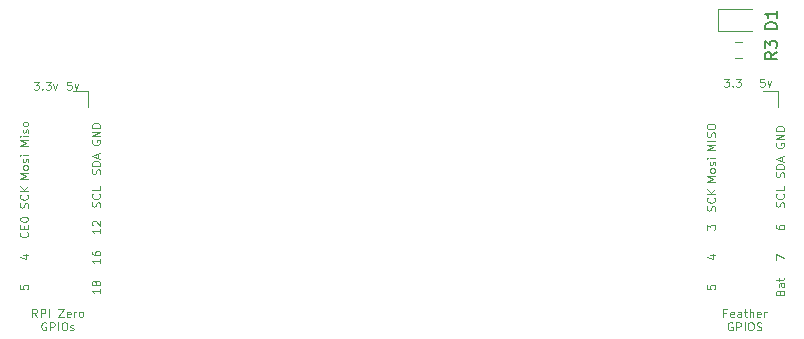
<source format=gto>
%TF.GenerationSoftware,KiCad,Pcbnew,(5.1.6)-1*%
%TF.CreationDate,2020-07-21T16:07:18+02:00*%
%TF.ProjectId,RPI_LORA,5250495f-4c4f-4524-912e-6b696361645f,rev?*%
%TF.SameCoordinates,Original*%
%TF.FileFunction,Legend,Top*%
%TF.FilePolarity,Positive*%
%FSLAX46Y46*%
G04 Gerber Fmt 4.6, Leading zero omitted, Abs format (unit mm)*
G04 Created by KiCad (PCBNEW (5.1.6)-1) date 2020-07-21 16:07:18*
%MOMM*%
%LPD*%
G01*
G04 APERTURE LIST*
%ADD10C,0.080000*%
%ADD11C,0.100000*%
%ADD12C,0.120000*%
%ADD13C,0.150000*%
G04 APERTURE END LIST*
D10*
X169447880Y-106758420D02*
X169214546Y-106758420D01*
X169214546Y-107125086D02*
X169214546Y-106425086D01*
X169547880Y-106425086D01*
X170081213Y-107091753D02*
X170014546Y-107125086D01*
X169881213Y-107125086D01*
X169814546Y-107091753D01*
X169781213Y-107025086D01*
X169781213Y-106758420D01*
X169814546Y-106691753D01*
X169881213Y-106658420D01*
X170014546Y-106658420D01*
X170081213Y-106691753D01*
X170114546Y-106758420D01*
X170114546Y-106825086D01*
X169781213Y-106891753D01*
X170714546Y-107125086D02*
X170714546Y-106758420D01*
X170681213Y-106691753D01*
X170614546Y-106658420D01*
X170481213Y-106658420D01*
X170414546Y-106691753D01*
X170714546Y-107091753D02*
X170647880Y-107125086D01*
X170481213Y-107125086D01*
X170414546Y-107091753D01*
X170381213Y-107025086D01*
X170381213Y-106958420D01*
X170414546Y-106891753D01*
X170481213Y-106858420D01*
X170647880Y-106858420D01*
X170714546Y-106825086D01*
X170947880Y-106658420D02*
X171214546Y-106658420D01*
X171047880Y-106425086D02*
X171047880Y-107025086D01*
X171081213Y-107091753D01*
X171147880Y-107125086D01*
X171214546Y-107125086D01*
X171447880Y-107125086D02*
X171447880Y-106425086D01*
X171747880Y-107125086D02*
X171747880Y-106758420D01*
X171714546Y-106691753D01*
X171647880Y-106658420D01*
X171547880Y-106658420D01*
X171481213Y-106691753D01*
X171447880Y-106725086D01*
X172347880Y-107091753D02*
X172281213Y-107125086D01*
X172147880Y-107125086D01*
X172081213Y-107091753D01*
X172047880Y-107025086D01*
X172047880Y-106758420D01*
X172081213Y-106691753D01*
X172147880Y-106658420D01*
X172281213Y-106658420D01*
X172347880Y-106691753D01*
X172381213Y-106758420D01*
X172381213Y-106825086D01*
X172047880Y-106891753D01*
X172681213Y-107125086D02*
X172681213Y-106658420D01*
X172681213Y-106791753D02*
X172714546Y-106725086D01*
X172747880Y-106691753D01*
X172814546Y-106658420D01*
X172881213Y-106658420D01*
X169964546Y-107588420D02*
X169897880Y-107555086D01*
X169797880Y-107555086D01*
X169697880Y-107588420D01*
X169631213Y-107655086D01*
X169597880Y-107721753D01*
X169564546Y-107855086D01*
X169564546Y-107955086D01*
X169597880Y-108088420D01*
X169631213Y-108155086D01*
X169697880Y-108221753D01*
X169797880Y-108255086D01*
X169864546Y-108255086D01*
X169964546Y-108221753D01*
X169997880Y-108188420D01*
X169997880Y-107955086D01*
X169864546Y-107955086D01*
X170297880Y-108255086D02*
X170297880Y-107555086D01*
X170564546Y-107555086D01*
X170631213Y-107588420D01*
X170664546Y-107621753D01*
X170697880Y-107688420D01*
X170697880Y-107788420D01*
X170664546Y-107855086D01*
X170631213Y-107888420D01*
X170564546Y-107921753D01*
X170297880Y-107921753D01*
X170997880Y-108255086D02*
X170997880Y-107555086D01*
X171464546Y-107555086D02*
X171597880Y-107555086D01*
X171664546Y-107588420D01*
X171731213Y-107655086D01*
X171764546Y-107788420D01*
X171764546Y-108021753D01*
X171731213Y-108155086D01*
X171664546Y-108221753D01*
X171597880Y-108255086D01*
X171464546Y-108255086D01*
X171397880Y-108221753D01*
X171331213Y-108155086D01*
X171297880Y-108021753D01*
X171297880Y-107788420D01*
X171331213Y-107655086D01*
X171397880Y-107588420D01*
X171464546Y-107555086D01*
X172031213Y-108221753D02*
X172131213Y-108255086D01*
X172297880Y-108255086D01*
X172364546Y-108221753D01*
X172397880Y-108188420D01*
X172431213Y-108121753D01*
X172431213Y-108055086D01*
X172397880Y-107988420D01*
X172364546Y-107955086D01*
X172297880Y-107921753D01*
X172164546Y-107888420D01*
X172097880Y-107855086D01*
X172064546Y-107821753D01*
X172031213Y-107755086D01*
X172031213Y-107688420D01*
X172064546Y-107621753D01*
X172097880Y-107588420D01*
X172164546Y-107555086D01*
X172331213Y-107555086D01*
X172431213Y-107588420D01*
X111098546Y-107125086D02*
X110865213Y-106791753D01*
X110698546Y-107125086D02*
X110698546Y-106425086D01*
X110965213Y-106425086D01*
X111031880Y-106458420D01*
X111065213Y-106491753D01*
X111098546Y-106558420D01*
X111098546Y-106658420D01*
X111065213Y-106725086D01*
X111031880Y-106758420D01*
X110965213Y-106791753D01*
X110698546Y-106791753D01*
X111398546Y-107125086D02*
X111398546Y-106425086D01*
X111665213Y-106425086D01*
X111731880Y-106458420D01*
X111765213Y-106491753D01*
X111798546Y-106558420D01*
X111798546Y-106658420D01*
X111765213Y-106725086D01*
X111731880Y-106758420D01*
X111665213Y-106791753D01*
X111398546Y-106791753D01*
X112098546Y-107125086D02*
X112098546Y-106425086D01*
X112898546Y-106425086D02*
X113365213Y-106425086D01*
X112898546Y-107125086D01*
X113365213Y-107125086D01*
X113898546Y-107091753D02*
X113831880Y-107125086D01*
X113698546Y-107125086D01*
X113631880Y-107091753D01*
X113598546Y-107025086D01*
X113598546Y-106758420D01*
X113631880Y-106691753D01*
X113698546Y-106658420D01*
X113831880Y-106658420D01*
X113898546Y-106691753D01*
X113931880Y-106758420D01*
X113931880Y-106825086D01*
X113598546Y-106891753D01*
X114231880Y-107125086D02*
X114231880Y-106658420D01*
X114231880Y-106791753D02*
X114265213Y-106725086D01*
X114298546Y-106691753D01*
X114365213Y-106658420D01*
X114431880Y-106658420D01*
X114765213Y-107125086D02*
X114698546Y-107091753D01*
X114665213Y-107058420D01*
X114631880Y-106991753D01*
X114631880Y-106791753D01*
X114665213Y-106725086D01*
X114698546Y-106691753D01*
X114765213Y-106658420D01*
X114865213Y-106658420D01*
X114931880Y-106691753D01*
X114965213Y-106725086D01*
X114998546Y-106791753D01*
X114998546Y-106991753D01*
X114965213Y-107058420D01*
X114931880Y-107091753D01*
X114865213Y-107125086D01*
X114765213Y-107125086D01*
X111848546Y-107588420D02*
X111781880Y-107555086D01*
X111681880Y-107555086D01*
X111581880Y-107588420D01*
X111515213Y-107655086D01*
X111481880Y-107721753D01*
X111448546Y-107855086D01*
X111448546Y-107955086D01*
X111481880Y-108088420D01*
X111515213Y-108155086D01*
X111581880Y-108221753D01*
X111681880Y-108255086D01*
X111748546Y-108255086D01*
X111848546Y-108221753D01*
X111881880Y-108188420D01*
X111881880Y-107955086D01*
X111748546Y-107955086D01*
X112181880Y-108255086D02*
X112181880Y-107555086D01*
X112448546Y-107555086D01*
X112515213Y-107588420D01*
X112548546Y-107621753D01*
X112581880Y-107688420D01*
X112581880Y-107788420D01*
X112548546Y-107855086D01*
X112515213Y-107888420D01*
X112448546Y-107921753D01*
X112181880Y-107921753D01*
X112881880Y-108255086D02*
X112881880Y-107555086D01*
X113348546Y-107555086D02*
X113481880Y-107555086D01*
X113548546Y-107588420D01*
X113615213Y-107655086D01*
X113648546Y-107788420D01*
X113648546Y-108021753D01*
X113615213Y-108155086D01*
X113548546Y-108221753D01*
X113481880Y-108255086D01*
X113348546Y-108255086D01*
X113281880Y-108221753D01*
X113215213Y-108155086D01*
X113181880Y-108021753D01*
X113181880Y-107788420D01*
X113215213Y-107655086D01*
X113281880Y-107588420D01*
X113348546Y-107555086D01*
X113915213Y-108221753D02*
X113981880Y-108255086D01*
X114115213Y-108255086D01*
X114181880Y-108221753D01*
X114215213Y-108155086D01*
X114215213Y-108121753D01*
X114181880Y-108055086D01*
X114115213Y-108021753D01*
X114015213Y-108021753D01*
X113948546Y-107988420D01*
X113915213Y-107921753D01*
X113915213Y-107888420D01*
X113948546Y-107821753D01*
X114015213Y-107788420D01*
X114115213Y-107788420D01*
X114181880Y-107821753D01*
X110354546Y-92625420D02*
X109654546Y-92625420D01*
X110154546Y-92392086D01*
X109654546Y-92158753D01*
X110354546Y-92158753D01*
X110354546Y-91825420D02*
X109887880Y-91825420D01*
X109654546Y-91825420D02*
X109687880Y-91858753D01*
X109721213Y-91825420D01*
X109687880Y-91792086D01*
X109654546Y-91825420D01*
X109721213Y-91825420D01*
X110321213Y-91525420D02*
X110354546Y-91458753D01*
X110354546Y-91325420D01*
X110321213Y-91258753D01*
X110254546Y-91225420D01*
X110221213Y-91225420D01*
X110154546Y-91258753D01*
X110121213Y-91325420D01*
X110121213Y-91425420D01*
X110087880Y-91492086D01*
X110021213Y-91525420D01*
X109987880Y-91525420D01*
X109921213Y-91492086D01*
X109887880Y-91425420D01*
X109887880Y-91325420D01*
X109921213Y-91258753D01*
X110354546Y-90825420D02*
X110321213Y-90892086D01*
X110287880Y-90925420D01*
X110221213Y-90958753D01*
X110021213Y-90958753D01*
X109954546Y-90925420D01*
X109921213Y-90892086D01*
X109887880Y-90825420D01*
X109887880Y-90725420D01*
X109921213Y-90658753D01*
X109954546Y-90625420D01*
X110021213Y-90592086D01*
X110221213Y-90592086D01*
X110287880Y-90625420D01*
X110321213Y-90658753D01*
X110354546Y-90725420D01*
X110354546Y-90825420D01*
X110354546Y-95419420D02*
X109654546Y-95419420D01*
X110154546Y-95186086D01*
X109654546Y-94952753D01*
X110354546Y-94952753D01*
X110354546Y-94519420D02*
X110321213Y-94586086D01*
X110287880Y-94619420D01*
X110221213Y-94652753D01*
X110021213Y-94652753D01*
X109954546Y-94619420D01*
X109921213Y-94586086D01*
X109887880Y-94519420D01*
X109887880Y-94419420D01*
X109921213Y-94352753D01*
X109954546Y-94319420D01*
X110021213Y-94286086D01*
X110221213Y-94286086D01*
X110287880Y-94319420D01*
X110321213Y-94352753D01*
X110354546Y-94419420D01*
X110354546Y-94519420D01*
X110321213Y-94019420D02*
X110354546Y-93952753D01*
X110354546Y-93819420D01*
X110321213Y-93752753D01*
X110254546Y-93719420D01*
X110221213Y-93719420D01*
X110154546Y-93752753D01*
X110121213Y-93819420D01*
X110121213Y-93919420D01*
X110087880Y-93986086D01*
X110021213Y-94019420D01*
X109987880Y-94019420D01*
X109921213Y-93986086D01*
X109887880Y-93919420D01*
X109887880Y-93819420D01*
X109921213Y-93752753D01*
X110354546Y-93419420D02*
X109887880Y-93419420D01*
X109654546Y-93419420D02*
X109687880Y-93452753D01*
X109721213Y-93419420D01*
X109687880Y-93386086D01*
X109654546Y-93419420D01*
X109721213Y-93419420D01*
X110321213Y-97859420D02*
X110354546Y-97759420D01*
X110354546Y-97592753D01*
X110321213Y-97526086D01*
X110287880Y-97492753D01*
X110221213Y-97459420D01*
X110154546Y-97459420D01*
X110087880Y-97492753D01*
X110054546Y-97526086D01*
X110021213Y-97592753D01*
X109987880Y-97726086D01*
X109954546Y-97792753D01*
X109921213Y-97826086D01*
X109854546Y-97859420D01*
X109787880Y-97859420D01*
X109721213Y-97826086D01*
X109687880Y-97792753D01*
X109654546Y-97726086D01*
X109654546Y-97559420D01*
X109687880Y-97459420D01*
X110287880Y-96759420D02*
X110321213Y-96792753D01*
X110354546Y-96892753D01*
X110354546Y-96959420D01*
X110321213Y-97059420D01*
X110254546Y-97126086D01*
X110187880Y-97159420D01*
X110054546Y-97192753D01*
X109954546Y-97192753D01*
X109821213Y-97159420D01*
X109754546Y-97126086D01*
X109687880Y-97059420D01*
X109654546Y-96959420D01*
X109654546Y-96892753D01*
X109687880Y-96792753D01*
X109721213Y-96759420D01*
X110354546Y-96459420D02*
X109654546Y-96459420D01*
X110354546Y-96059420D02*
X109954546Y-96359420D01*
X109654546Y-96059420D02*
X110054546Y-96459420D01*
X110287880Y-99932753D02*
X110321213Y-99966086D01*
X110354546Y-100066086D01*
X110354546Y-100132753D01*
X110321213Y-100232753D01*
X110254546Y-100299420D01*
X110187880Y-100332753D01*
X110054546Y-100366086D01*
X109954546Y-100366086D01*
X109821213Y-100332753D01*
X109754546Y-100299420D01*
X109687880Y-100232753D01*
X109654546Y-100132753D01*
X109654546Y-100066086D01*
X109687880Y-99966086D01*
X109721213Y-99932753D01*
X109987880Y-99632753D02*
X109987880Y-99399420D01*
X110354546Y-99299420D02*
X110354546Y-99632753D01*
X109654546Y-99632753D01*
X109654546Y-99299420D01*
X109654546Y-98866086D02*
X109654546Y-98799420D01*
X109687880Y-98732753D01*
X109721213Y-98699420D01*
X109787880Y-98666086D01*
X109921213Y-98632753D01*
X110087880Y-98632753D01*
X110221213Y-98666086D01*
X110287880Y-98699420D01*
X110321213Y-98732753D01*
X110354546Y-98799420D01*
X110354546Y-98866086D01*
X110321213Y-98932753D01*
X110287880Y-98966086D01*
X110221213Y-98999420D01*
X110087880Y-99032753D01*
X109921213Y-99032753D01*
X109787880Y-98999420D01*
X109721213Y-98966086D01*
X109687880Y-98932753D01*
X109654546Y-98866086D01*
X109887880Y-101906086D02*
X110354546Y-101906086D01*
X109621213Y-102072753D02*
X110121213Y-102239420D01*
X110121213Y-101806086D01*
X109654546Y-104412753D02*
X109654546Y-104746086D01*
X109987880Y-104779420D01*
X109954546Y-104746086D01*
X109921213Y-104679420D01*
X109921213Y-104512753D01*
X109954546Y-104446086D01*
X109987880Y-104412753D01*
X110054546Y-104379420D01*
X110221213Y-104379420D01*
X110287880Y-104412753D01*
X110321213Y-104446086D01*
X110354546Y-104512753D01*
X110354546Y-104679420D01*
X110321213Y-104746086D01*
X110287880Y-104779420D01*
X116450546Y-104712753D02*
X116450546Y-105112753D01*
X116450546Y-104912753D02*
X115750546Y-104912753D01*
X115850546Y-104979420D01*
X115917213Y-105046086D01*
X115950546Y-105112753D01*
X116050546Y-104312753D02*
X116017213Y-104379420D01*
X115983880Y-104412753D01*
X115917213Y-104446086D01*
X115883880Y-104446086D01*
X115817213Y-104412753D01*
X115783880Y-104379420D01*
X115750546Y-104312753D01*
X115750546Y-104179420D01*
X115783880Y-104112753D01*
X115817213Y-104079420D01*
X115883880Y-104046086D01*
X115917213Y-104046086D01*
X115983880Y-104079420D01*
X116017213Y-104112753D01*
X116050546Y-104179420D01*
X116050546Y-104312753D01*
X116083880Y-104379420D01*
X116117213Y-104412753D01*
X116183880Y-104446086D01*
X116317213Y-104446086D01*
X116383880Y-104412753D01*
X116417213Y-104379420D01*
X116450546Y-104312753D01*
X116450546Y-104179420D01*
X116417213Y-104112753D01*
X116383880Y-104079420D01*
X116317213Y-104046086D01*
X116183880Y-104046086D01*
X116117213Y-104079420D01*
X116083880Y-104112753D01*
X116050546Y-104179420D01*
X116450546Y-102172753D02*
X116450546Y-102572753D01*
X116450546Y-102372753D02*
X115750546Y-102372753D01*
X115850546Y-102439420D01*
X115917213Y-102506086D01*
X115950546Y-102572753D01*
X115750546Y-101572753D02*
X115750546Y-101706086D01*
X115783880Y-101772753D01*
X115817213Y-101806086D01*
X115917213Y-101872753D01*
X116050546Y-101906086D01*
X116317213Y-101906086D01*
X116383880Y-101872753D01*
X116417213Y-101839420D01*
X116450546Y-101772753D01*
X116450546Y-101639420D01*
X116417213Y-101572753D01*
X116383880Y-101539420D01*
X116317213Y-101506086D01*
X116150546Y-101506086D01*
X116083880Y-101539420D01*
X116050546Y-101572753D01*
X116017213Y-101639420D01*
X116017213Y-101772753D01*
X116050546Y-101839420D01*
X116083880Y-101872753D01*
X116150546Y-101906086D01*
X116450546Y-99632753D02*
X116450546Y-100032753D01*
X116450546Y-99832753D02*
X115750546Y-99832753D01*
X115850546Y-99899420D01*
X115917213Y-99966086D01*
X115950546Y-100032753D01*
X115817213Y-99366086D02*
X115783880Y-99332753D01*
X115750546Y-99266086D01*
X115750546Y-99099420D01*
X115783880Y-99032753D01*
X115817213Y-98999420D01*
X115883880Y-98966086D01*
X115950546Y-98966086D01*
X116050546Y-98999420D01*
X116450546Y-99399420D01*
X116450546Y-98966086D01*
X116417213Y-97792753D02*
X116450546Y-97692753D01*
X116450546Y-97526086D01*
X116417213Y-97459420D01*
X116383880Y-97426086D01*
X116317213Y-97392753D01*
X116250546Y-97392753D01*
X116183880Y-97426086D01*
X116150546Y-97459420D01*
X116117213Y-97526086D01*
X116083880Y-97659420D01*
X116050546Y-97726086D01*
X116017213Y-97759420D01*
X115950546Y-97792753D01*
X115883880Y-97792753D01*
X115817213Y-97759420D01*
X115783880Y-97726086D01*
X115750546Y-97659420D01*
X115750546Y-97492753D01*
X115783880Y-97392753D01*
X116383880Y-96692753D02*
X116417213Y-96726086D01*
X116450546Y-96826086D01*
X116450546Y-96892753D01*
X116417213Y-96992753D01*
X116350546Y-97059420D01*
X116283880Y-97092753D01*
X116150546Y-97126086D01*
X116050546Y-97126086D01*
X115917213Y-97092753D01*
X115850546Y-97059420D01*
X115783880Y-96992753D01*
X115750546Y-96892753D01*
X115750546Y-96826086D01*
X115783880Y-96726086D01*
X115817213Y-96692753D01*
X116450546Y-96059420D02*
X116450546Y-96392753D01*
X115750546Y-96392753D01*
X116417213Y-95015420D02*
X116450546Y-94915420D01*
X116450546Y-94748753D01*
X116417213Y-94682086D01*
X116383880Y-94648753D01*
X116317213Y-94615420D01*
X116250546Y-94615420D01*
X116183880Y-94648753D01*
X116150546Y-94682086D01*
X116117213Y-94748753D01*
X116083880Y-94882086D01*
X116050546Y-94948753D01*
X116017213Y-94982086D01*
X115950546Y-95015420D01*
X115883880Y-95015420D01*
X115817213Y-94982086D01*
X115783880Y-94948753D01*
X115750546Y-94882086D01*
X115750546Y-94715420D01*
X115783880Y-94615420D01*
X116450546Y-94315420D02*
X115750546Y-94315420D01*
X115750546Y-94148753D01*
X115783880Y-94048753D01*
X115850546Y-93982086D01*
X115917213Y-93948753D01*
X116050546Y-93915420D01*
X116150546Y-93915420D01*
X116283880Y-93948753D01*
X116350546Y-93982086D01*
X116417213Y-94048753D01*
X116450546Y-94148753D01*
X116450546Y-94315420D01*
X116250546Y-93648753D02*
X116250546Y-93315420D01*
X116450546Y-93715420D02*
X115750546Y-93482086D01*
X116450546Y-93248753D01*
X115783880Y-92158753D02*
X115750546Y-92225420D01*
X115750546Y-92325420D01*
X115783880Y-92425420D01*
X115850546Y-92492086D01*
X115917213Y-92525420D01*
X116050546Y-92558753D01*
X116150546Y-92558753D01*
X116283880Y-92525420D01*
X116350546Y-92492086D01*
X116417213Y-92425420D01*
X116450546Y-92325420D01*
X116450546Y-92258753D01*
X116417213Y-92158753D01*
X116383880Y-92125420D01*
X116150546Y-92125420D01*
X116150546Y-92258753D01*
X116450546Y-91825420D02*
X115750546Y-91825420D01*
X116450546Y-91425420D01*
X115750546Y-91425420D01*
X116450546Y-91092086D02*
X115750546Y-91092086D01*
X115750546Y-90925420D01*
X115783880Y-90825420D01*
X115850546Y-90758753D01*
X115917213Y-90725420D01*
X116050546Y-90692086D01*
X116150546Y-90692086D01*
X116283880Y-90725420D01*
X116350546Y-90758753D01*
X116417213Y-90825420D01*
X116450546Y-90925420D01*
X116450546Y-91092086D01*
X110815880Y-87178086D02*
X111249213Y-87178086D01*
X111015880Y-87444753D01*
X111115880Y-87444753D01*
X111182546Y-87478086D01*
X111215880Y-87511420D01*
X111249213Y-87578086D01*
X111249213Y-87744753D01*
X111215880Y-87811420D01*
X111182546Y-87844753D01*
X111115880Y-87878086D01*
X110915880Y-87878086D01*
X110849213Y-87844753D01*
X110815880Y-87811420D01*
X111549213Y-87811420D02*
X111582546Y-87844753D01*
X111549213Y-87878086D01*
X111515880Y-87844753D01*
X111549213Y-87811420D01*
X111549213Y-87878086D01*
X111815880Y-87178086D02*
X112249213Y-87178086D01*
X112015880Y-87444753D01*
X112115880Y-87444753D01*
X112182546Y-87478086D01*
X112215880Y-87511420D01*
X112249213Y-87578086D01*
X112249213Y-87744753D01*
X112215880Y-87811420D01*
X112182546Y-87844753D01*
X112115880Y-87878086D01*
X111915880Y-87878086D01*
X111849213Y-87844753D01*
X111815880Y-87811420D01*
X112482546Y-87411420D02*
X112649213Y-87878086D01*
X112815880Y-87411420D01*
X114001880Y-87178086D02*
X113668546Y-87178086D01*
X113635213Y-87511420D01*
X113668546Y-87478086D01*
X113735213Y-87444753D01*
X113901880Y-87444753D01*
X113968546Y-87478086D01*
X114001880Y-87511420D01*
X114035213Y-87578086D01*
X114035213Y-87744753D01*
X114001880Y-87811420D01*
X113968546Y-87844753D01*
X113901880Y-87878086D01*
X113735213Y-87878086D01*
X113668546Y-87844753D01*
X113635213Y-87811420D01*
X114268546Y-87411420D02*
X114435213Y-87878086D01*
X114601880Y-87411420D01*
D11*
X173662546Y-99366086D02*
X173662546Y-99499420D01*
X173695880Y-99566086D01*
X173729213Y-99599420D01*
X173829213Y-99666086D01*
X173962546Y-99699420D01*
X174229213Y-99699420D01*
X174295880Y-99666086D01*
X174329213Y-99632753D01*
X174362546Y-99566086D01*
X174362546Y-99432753D01*
X174329213Y-99366086D01*
X174295880Y-99332753D01*
X174229213Y-99299420D01*
X174062546Y-99299420D01*
X173995880Y-99332753D01*
X173962546Y-99366086D01*
X173929213Y-99432753D01*
X173929213Y-99566086D01*
X173962546Y-99632753D01*
X173995880Y-99666086D01*
X174062546Y-99699420D01*
X173662546Y-102272753D02*
X173662546Y-101806086D01*
X174362546Y-102106086D01*
X173995880Y-105046086D02*
X174029213Y-104946086D01*
X174062546Y-104912753D01*
X174129213Y-104879420D01*
X174229213Y-104879420D01*
X174295880Y-104912753D01*
X174329213Y-104946086D01*
X174362546Y-105012753D01*
X174362546Y-105279420D01*
X173662546Y-105279420D01*
X173662546Y-105046086D01*
X173695880Y-104979420D01*
X173729213Y-104946086D01*
X173795880Y-104912753D01*
X173862546Y-104912753D01*
X173929213Y-104946086D01*
X173962546Y-104979420D01*
X173995880Y-105046086D01*
X173995880Y-105279420D01*
X174362546Y-104279420D02*
X173995880Y-104279420D01*
X173929213Y-104312753D01*
X173895880Y-104379420D01*
X173895880Y-104512753D01*
X173929213Y-104579420D01*
X174329213Y-104279420D02*
X174362546Y-104346086D01*
X174362546Y-104512753D01*
X174329213Y-104579420D01*
X174262546Y-104612753D01*
X174195880Y-104612753D01*
X174129213Y-104579420D01*
X174095880Y-104512753D01*
X174095880Y-104346086D01*
X174062546Y-104279420D01*
X173895880Y-104046086D02*
X173895880Y-103779420D01*
X173662546Y-103946086D02*
X174262546Y-103946086D01*
X174329213Y-103912753D01*
X174362546Y-103846086D01*
X174362546Y-103779420D01*
X167820546Y-104412753D02*
X167820546Y-104746086D01*
X168153880Y-104779420D01*
X168120546Y-104746086D01*
X168087213Y-104679420D01*
X168087213Y-104512753D01*
X168120546Y-104446086D01*
X168153880Y-104412753D01*
X168220546Y-104379420D01*
X168387213Y-104379420D01*
X168453880Y-104412753D01*
X168487213Y-104446086D01*
X168520546Y-104512753D01*
X168520546Y-104679420D01*
X168487213Y-104746086D01*
X168453880Y-104779420D01*
X168053880Y-101906086D02*
X168520546Y-101906086D01*
X167787213Y-102072753D02*
X168287213Y-102239420D01*
X168287213Y-101806086D01*
X167820546Y-99732753D02*
X167820546Y-99299420D01*
X168087213Y-99532753D01*
X168087213Y-99432753D01*
X168120546Y-99366086D01*
X168153880Y-99332753D01*
X168220546Y-99299420D01*
X168387213Y-99299420D01*
X168453880Y-99332753D01*
X168487213Y-99366086D01*
X168520546Y-99432753D01*
X168520546Y-99632753D01*
X168487213Y-99699420D01*
X168453880Y-99732753D01*
X174329213Y-97792753D02*
X174362546Y-97692753D01*
X174362546Y-97526086D01*
X174329213Y-97459420D01*
X174295880Y-97426086D01*
X174229213Y-97392753D01*
X174162546Y-97392753D01*
X174095880Y-97426086D01*
X174062546Y-97459420D01*
X174029213Y-97526086D01*
X173995880Y-97659420D01*
X173962546Y-97726086D01*
X173929213Y-97759420D01*
X173862546Y-97792753D01*
X173795880Y-97792753D01*
X173729213Y-97759420D01*
X173695880Y-97726086D01*
X173662546Y-97659420D01*
X173662546Y-97492753D01*
X173695880Y-97392753D01*
X174295880Y-96692753D02*
X174329213Y-96726086D01*
X174362546Y-96826086D01*
X174362546Y-96892753D01*
X174329213Y-96992753D01*
X174262546Y-97059420D01*
X174195880Y-97092753D01*
X174062546Y-97126086D01*
X173962546Y-97126086D01*
X173829213Y-97092753D01*
X173762546Y-97059420D01*
X173695880Y-96992753D01*
X173662546Y-96892753D01*
X173662546Y-96826086D01*
X173695880Y-96726086D01*
X173729213Y-96692753D01*
X174362546Y-96059420D02*
X174362546Y-96392753D01*
X173662546Y-96392753D01*
X168487213Y-98113420D02*
X168520546Y-98013420D01*
X168520546Y-97846753D01*
X168487213Y-97780086D01*
X168453880Y-97746753D01*
X168387213Y-97713420D01*
X168320546Y-97713420D01*
X168253880Y-97746753D01*
X168220546Y-97780086D01*
X168187213Y-97846753D01*
X168153880Y-97980086D01*
X168120546Y-98046753D01*
X168087213Y-98080086D01*
X168020546Y-98113420D01*
X167953880Y-98113420D01*
X167887213Y-98080086D01*
X167853880Y-98046753D01*
X167820546Y-97980086D01*
X167820546Y-97813420D01*
X167853880Y-97713420D01*
X168453880Y-97013420D02*
X168487213Y-97046753D01*
X168520546Y-97146753D01*
X168520546Y-97213420D01*
X168487213Y-97313420D01*
X168420546Y-97380086D01*
X168353880Y-97413420D01*
X168220546Y-97446753D01*
X168120546Y-97446753D01*
X167987213Y-97413420D01*
X167920546Y-97380086D01*
X167853880Y-97313420D01*
X167820546Y-97213420D01*
X167820546Y-97146753D01*
X167853880Y-97046753D01*
X167887213Y-97013420D01*
X168520546Y-96713420D02*
X167820546Y-96713420D01*
X168520546Y-96313420D02*
X168120546Y-96613420D01*
X167820546Y-96313420D02*
X168220546Y-96713420D01*
X174329213Y-95269420D02*
X174362546Y-95169420D01*
X174362546Y-95002753D01*
X174329213Y-94936086D01*
X174295880Y-94902753D01*
X174229213Y-94869420D01*
X174162546Y-94869420D01*
X174095880Y-94902753D01*
X174062546Y-94936086D01*
X174029213Y-95002753D01*
X173995880Y-95136086D01*
X173962546Y-95202753D01*
X173929213Y-95236086D01*
X173862546Y-95269420D01*
X173795880Y-95269420D01*
X173729213Y-95236086D01*
X173695880Y-95202753D01*
X173662546Y-95136086D01*
X173662546Y-94969420D01*
X173695880Y-94869420D01*
X174362546Y-94569420D02*
X173662546Y-94569420D01*
X173662546Y-94402753D01*
X173695880Y-94302753D01*
X173762546Y-94236086D01*
X173829213Y-94202753D01*
X173962546Y-94169420D01*
X174062546Y-94169420D01*
X174195880Y-94202753D01*
X174262546Y-94236086D01*
X174329213Y-94302753D01*
X174362546Y-94402753D01*
X174362546Y-94569420D01*
X174162546Y-93902753D02*
X174162546Y-93569420D01*
X174362546Y-93969420D02*
X173662546Y-93736086D01*
X174362546Y-93502753D01*
X168520546Y-95673420D02*
X167820546Y-95673420D01*
X168320546Y-95440086D01*
X167820546Y-95206753D01*
X168520546Y-95206753D01*
X168520546Y-94773420D02*
X168487213Y-94840086D01*
X168453880Y-94873420D01*
X168387213Y-94906753D01*
X168187213Y-94906753D01*
X168120546Y-94873420D01*
X168087213Y-94840086D01*
X168053880Y-94773420D01*
X168053880Y-94673420D01*
X168087213Y-94606753D01*
X168120546Y-94573420D01*
X168187213Y-94540086D01*
X168387213Y-94540086D01*
X168453880Y-94573420D01*
X168487213Y-94606753D01*
X168520546Y-94673420D01*
X168520546Y-94773420D01*
X168487213Y-94273420D02*
X168520546Y-94206753D01*
X168520546Y-94073420D01*
X168487213Y-94006753D01*
X168420546Y-93973420D01*
X168387213Y-93973420D01*
X168320546Y-94006753D01*
X168287213Y-94073420D01*
X168287213Y-94173420D01*
X168253880Y-94240086D01*
X168187213Y-94273420D01*
X168153880Y-94273420D01*
X168087213Y-94240086D01*
X168053880Y-94173420D01*
X168053880Y-94073420D01*
X168087213Y-94006753D01*
X168520546Y-93673420D02*
X168053880Y-93673420D01*
X167820546Y-93673420D02*
X167853880Y-93706753D01*
X167887213Y-93673420D01*
X167853880Y-93640086D01*
X167820546Y-93673420D01*
X167887213Y-93673420D01*
X173695880Y-92412753D02*
X173662546Y-92479420D01*
X173662546Y-92579420D01*
X173695880Y-92679420D01*
X173762546Y-92746086D01*
X173829213Y-92779420D01*
X173962546Y-92812753D01*
X174062546Y-92812753D01*
X174195880Y-92779420D01*
X174262546Y-92746086D01*
X174329213Y-92679420D01*
X174362546Y-92579420D01*
X174362546Y-92512753D01*
X174329213Y-92412753D01*
X174295880Y-92379420D01*
X174062546Y-92379420D01*
X174062546Y-92512753D01*
X174362546Y-92079420D02*
X173662546Y-92079420D01*
X174362546Y-91679420D01*
X173662546Y-91679420D01*
X174362546Y-91346086D02*
X173662546Y-91346086D01*
X173662546Y-91179420D01*
X173695880Y-91079420D01*
X173762546Y-91012753D01*
X173829213Y-90979420D01*
X173962546Y-90946086D01*
X174062546Y-90946086D01*
X174195880Y-90979420D01*
X174262546Y-91012753D01*
X174329213Y-91079420D01*
X174362546Y-91179420D01*
X174362546Y-91346086D01*
X168520546Y-92979420D02*
X167820546Y-92979420D01*
X168320546Y-92746086D01*
X167820546Y-92512753D01*
X168520546Y-92512753D01*
X168520546Y-92179420D02*
X167820546Y-92179420D01*
X168487213Y-91879420D02*
X168520546Y-91779420D01*
X168520546Y-91612753D01*
X168487213Y-91546086D01*
X168453880Y-91512753D01*
X168387213Y-91479420D01*
X168320546Y-91479420D01*
X168253880Y-91512753D01*
X168220546Y-91546086D01*
X168187213Y-91612753D01*
X168153880Y-91746086D01*
X168120546Y-91812753D01*
X168087213Y-91846086D01*
X168020546Y-91879420D01*
X167953880Y-91879420D01*
X167887213Y-91846086D01*
X167853880Y-91812753D01*
X167820546Y-91746086D01*
X167820546Y-91579420D01*
X167853880Y-91479420D01*
X167820546Y-91046086D02*
X167820546Y-90912753D01*
X167853880Y-90846086D01*
X167920546Y-90779420D01*
X168053880Y-90746086D01*
X168287213Y-90746086D01*
X168420546Y-90779420D01*
X168487213Y-90846086D01*
X168520546Y-90912753D01*
X168520546Y-91046086D01*
X168487213Y-91112753D01*
X168420546Y-91179420D01*
X168287213Y-91212753D01*
X168053880Y-91212753D01*
X167920546Y-91179420D01*
X167853880Y-91112753D01*
X167820546Y-91046086D01*
X172675880Y-86924086D02*
X172342546Y-86924086D01*
X172309213Y-87257420D01*
X172342546Y-87224086D01*
X172409213Y-87190753D01*
X172575880Y-87190753D01*
X172642546Y-87224086D01*
X172675880Y-87257420D01*
X172709213Y-87324086D01*
X172709213Y-87490753D01*
X172675880Y-87557420D01*
X172642546Y-87590753D01*
X172575880Y-87624086D01*
X172409213Y-87624086D01*
X172342546Y-87590753D01*
X172309213Y-87557420D01*
X172942546Y-87157420D02*
X173109213Y-87624086D01*
X173275880Y-87157420D01*
X169248546Y-86924086D02*
X169681880Y-86924086D01*
X169448546Y-87190753D01*
X169548546Y-87190753D01*
X169615213Y-87224086D01*
X169648546Y-87257420D01*
X169681880Y-87324086D01*
X169681880Y-87490753D01*
X169648546Y-87557420D01*
X169615213Y-87590753D01*
X169548546Y-87624086D01*
X169348546Y-87624086D01*
X169281880Y-87590753D01*
X169248546Y-87557420D01*
X169981880Y-87557420D02*
X170015213Y-87590753D01*
X169981880Y-87624086D01*
X169948546Y-87590753D01*
X169981880Y-87557420D01*
X169981880Y-87624086D01*
X170248546Y-86924086D02*
X170681880Y-86924086D01*
X170448546Y-87190753D01*
X170548546Y-87190753D01*
X170615213Y-87224086D01*
X170648546Y-87257420D01*
X170681880Y-87324086D01*
X170681880Y-87490753D01*
X170648546Y-87557420D01*
X170615213Y-87590753D01*
X170548546Y-87624086D01*
X170348546Y-87624086D01*
X170281880Y-87590753D01*
X170248546Y-87557420D01*
D12*
%TO.C,J2*%
X114102000Y-88009400D02*
X115432000Y-88009400D01*
X115432000Y-88009400D02*
X115432000Y-89339400D01*
%TO.C,J1*%
X172522000Y-88009400D02*
X173852000Y-88009400D01*
X173852000Y-88009400D02*
X173852000Y-89339400D01*
%TO.C,D1*%
X168772000Y-82937400D02*
X171632000Y-82937400D01*
X168772000Y-81017400D02*
X168772000Y-82937400D01*
X171632000Y-81017400D02*
X168772000Y-81017400D01*
%TO.C,R3*%
X170228748Y-85223400D02*
X170751252Y-85223400D01*
X170228748Y-83803400D02*
X170751252Y-83803400D01*
%TO.C,D1*%
D13*
X173736379Y-82711494D02*
X172736379Y-82711494D01*
X172736379Y-82473399D01*
X172783999Y-82330541D01*
X172879237Y-82235303D01*
X172974475Y-82187684D01*
X173164951Y-82140065D01*
X173307808Y-82140065D01*
X173498284Y-82187684D01*
X173593522Y-82235303D01*
X173688760Y-82330541D01*
X173736379Y-82473399D01*
X173736379Y-82711494D01*
X173736379Y-81187684D02*
X173736379Y-81759113D01*
X173736379Y-81473399D02*
X172736379Y-81473399D01*
X172879237Y-81568637D01*
X172974475Y-81663875D01*
X173022094Y-81759113D01*
%TO.C,R3*%
X173736380Y-84680066D02*
X173260190Y-85013400D01*
X173736380Y-85251495D02*
X172736380Y-85251495D01*
X172736380Y-84870542D01*
X172784000Y-84775304D01*
X172831619Y-84727685D01*
X172926857Y-84680066D01*
X173069714Y-84680066D01*
X173164952Y-84727685D01*
X173212571Y-84775304D01*
X173260190Y-84870542D01*
X173260190Y-85251495D01*
X172736380Y-84346733D02*
X172736380Y-83727685D01*
X173117333Y-84061019D01*
X173117333Y-83918161D01*
X173164952Y-83822923D01*
X173212571Y-83775304D01*
X173307809Y-83727685D01*
X173545904Y-83727685D01*
X173641142Y-83775304D01*
X173688761Y-83822923D01*
X173736380Y-83918161D01*
X173736380Y-84203876D01*
X173688761Y-84299114D01*
X173641142Y-84346733D01*
%TD*%
M02*

</source>
